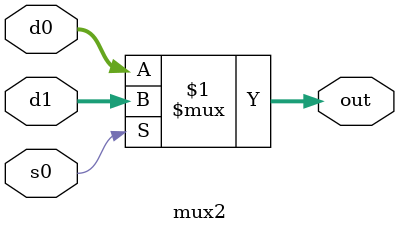
<source format=sv>
module mux2(

	input logic [31:0] d0,
	input logic [31:0] d1,
	input logic s0,
	output logic [31:0] out
	
);

	assign out = s0 ? d1 : d0;

endmodule

</source>
